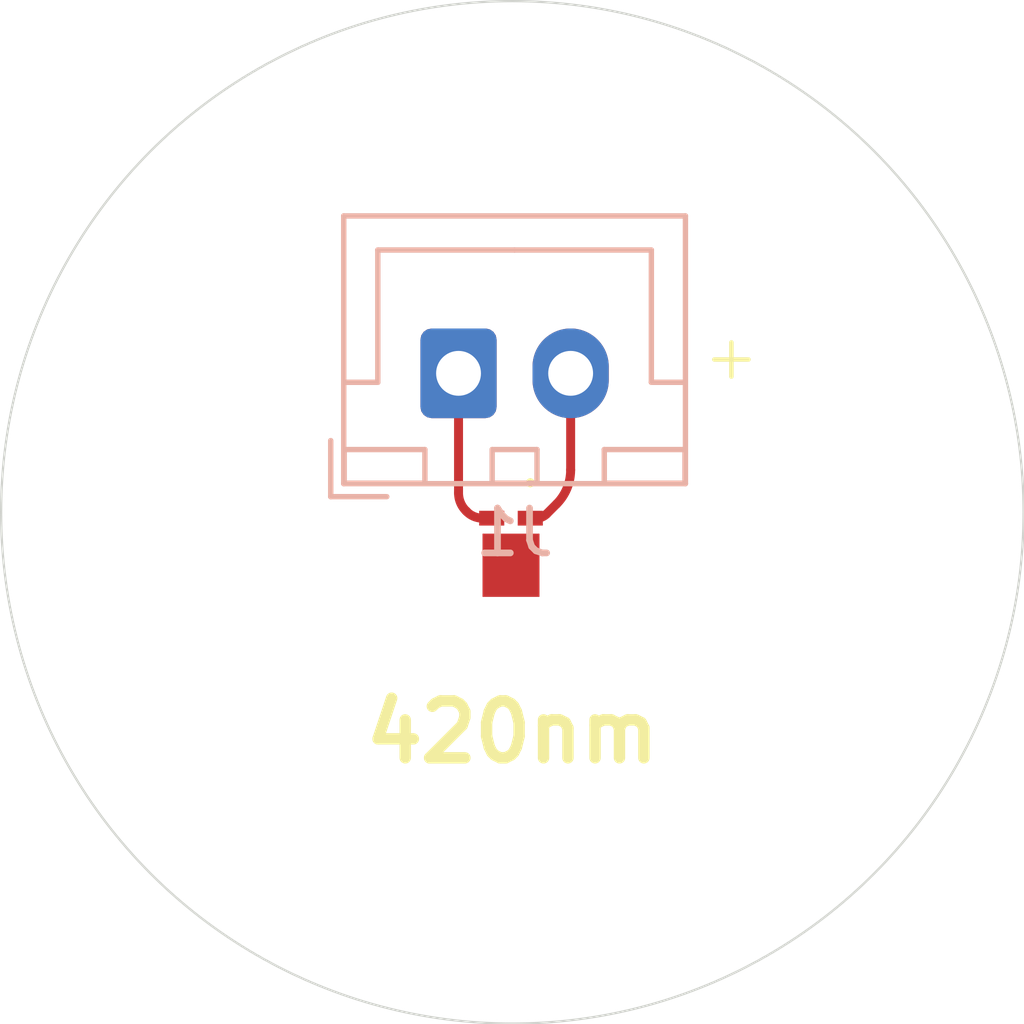
<source format=kicad_pcb>
(kicad_pcb (version 20240108) (generator "pcbnew") (generator_version "8.0")
  (layers (0 "F.Cu" signal) (31 "B.Cu" signal) (34 "B.Paste" user) (35 "F.Paste" user) (36 "B.SilkS" user "B.Silkscreen") (37 "F.SilkS" user "F.Silkscreen") (38 "B.Mask" user) (39 "F.Mask" user) (44 "Edge.Cuts" user))
  (net 0 "")
  (net 1 "Net-(J1-Pin_1)")
  (net 2 "Net-(J1-Pin_2)")
  (footprint "6_wave_stimulator:XEGAVTH00000000000000K2001" (layer "F.Cu") (at 144.57 98.79)
    (property "Reference" "420nm" (at 0.03 4.01 0) (layer "F.SilkS") (effects (font (size 1.27 1.27) (thickness 0.254))))
    (property "Value" "XEGAVT-H0-0000-000-000000K2001" (hide yes))
    (fp_line (start 0.43 -1.6) (end 0.43 -1.6) (stroke (width 0.1)) (layer "F.SilkS"))
    (fp_line (start 0.43 -1.5) (end 0.43 -1.5) (stroke (width 0.1)) (layer "F.SilkS"))
    (fp_arc (start 0.43 -1.6) (mid 0.48 -1.55) (end 0.43 -1.5) (stroke (width 0.1)) (layer "F.SilkS"))
    (fp_arc (start 0.43 -1.5) (mid 0.38 -1.55) (end 0.43 -1.6) (stroke (width 0.1)) (layer "F.SilkS"))
    (pad "1" smd rect (at 0.43 -0.76 90) (size 0.33 0.56) (layers "F.Cu" "F.Paste" "F.Mask") (net 2 "Net-(J1-Pin_2)"))
    (pad "2" smd rect (at -0.43 -0.76 90) (size 0.33 0.56) (layers "F.Cu" "F.Paste" "F.Mask") (net 1 "Net-(J1-Pin_1)"))
    (pad "3" smd rect (at 0 0.29 180) (size 1.27 1.41) (layers "F.Cu" "F.Paste" "F.Mask"))
  )
  (footprint "Connector_JST:JST_XH_B2B-XH-A_1x02_P2.50mm_Vertical" (layer "B.Cu") (at 143.4 94.8)
    (property "Reference" "J1" (at 1.25 3.55 360) (layer "B.SilkS") (effects (justify mirror)))
    (property "Value" "Conn_01x02_Socket")
    (fp_line (start -2.85 1.5) (end -2.85 2.75) (stroke (width 0.12)) (layer "B.SilkS"))
    (fp_line (start -2.85 2.75) (end -1.6 2.75) (stroke (width 0.12)) (layer "B.SilkS"))
    (fp_line (start -2.56 -3.51) (end -2.56 2.46) (stroke (width 0.12)) (layer "B.SilkS"))
    (fp_line (start -2.56 2.46) (end 5.06 2.46) (stroke (width 0.12)) (layer "B.SilkS"))
    (fp_line (start -2.55 1.7) (end -2.55 2.45) (stroke (width 0.12)) (layer "B.SilkS"))
    (fp_line (start -2.55 2.45) (end -0.75 2.45) (stroke (width 0.12)) (layer "B.SilkS"))
    (fp_line (start -1.8 -2.75) (end -1.8 0.2) (stroke (width 0.12)) (layer "B.SilkS"))
    (fp_line (start -1.8 0.2) (end -2.55 0.2) (stroke (width 0.12)) (layer "B.SilkS"))
    (fp_line (start -0.75 1.7) (end -2.55 1.7) (stroke (width 0.12)) (layer "B.SilkS"))
    (fp_line (start -0.75 2.45) (end -0.75 1.7) (stroke (width 0.12)) (layer "B.SilkS"))
    (fp_line (start 0.75 1.7) (end 0.75 2.45) (stroke (width 0.12)) (layer "B.SilkS"))
    (fp_line (start 0.75 2.45) (end 1.75 2.45) (stroke (width 0.12)) (layer "B.SilkS"))
    (fp_line (start 1.25 -2.75) (end -1.8 -2.75) (stroke (width 0.12)) (layer "B.SilkS"))
    (fp_line (start 1.25 -2.75) (end 4.3 -2.75) (stroke (width 0.12)) (layer "B.SilkS"))
    (fp_line (start 1.75 1.7) (end 0.75 1.7) (stroke (width 0.12)) (layer "B.SilkS"))
    (fp_line (start 1.75 2.45) (end 1.75 1.7) (stroke (width 0.12)) (layer "B.SilkS"))
    (fp_line (start 3.25 1.7) (end 3.25 2.45) (stroke (width 0.12)) (layer "B.SilkS"))
    (fp_line (start 3.25 2.45) (end 5.05 2.45) (stroke (width 0.12)) (layer "B.SilkS"))
    (fp_line (start 4.3 -2.75) (end 4.3 0.2) (stroke (width 0.12)) (layer "B.SilkS"))
    (fp_line (start 4.3 0.2) (end 5.05 0.2) (stroke (width 0.12)) (layer "B.SilkS"))
    (fp_line (start 5.05 1.7) (end 3.25 1.7) (stroke (width 0.12)) (layer "B.SilkS"))
    (fp_line (start 5.05 2.45) (end 5.05 1.7) (stroke (width 0.12)) (layer "B.SilkS"))
    (fp_line (start 5.06 -3.51) (end -2.56 -3.51) (stroke (width 0.12)) (layer "B.SilkS"))
    (fp_line (start 5.06 2.46) (end 5.06 -3.51) (stroke (width 0.12)) (layer "B.SilkS"))
    (pad "1" thru_hole roundrect (at 0 0) (size 1.7 2) (drill 1) (layers "*.Cu" "*.Mask") (roundrect_rratio 0.147059) (net 1 "Net-(J1-Pin_1)"))
    (pad "2" thru_hole oval (at 2.5 0) (size 1.7 2) (drill 1) (layers "*.Cu" "*.Mask") (net 2 "Net-(J1-Pin_2)"))
  )
  (gr_circle (center 144.6 97.9) (end 156 97.9) (stroke (width 0.05)) (fill none) (layer "Edge.Cuts"))
  (gr_text "+" (at 148.8 95 0) (layer "F.SilkS") (effects (font (size 1 1) (thickness 0.1)) (justify left bottom)))
  (segment (start 143.935 98.03) (end 144.14 98.03) (width 0.2) (layer "F.Cu") (net 1))
  (segment (start 143.565 97.865) (end 143.585043 97.885043) (width 0.2) (layer "F.Cu") (net 1))
  (segment (start 143.4 97.466654) (end 143.4 94.8) (width 0.2) (layer "F.Cu") (net 1))
  (arc (start 143.585043 97.885043) (mid 143.745604 97.992326) (end 143.935 98.03) (width 0.2) (layer "F.Cu") (net 1))
  (arc (start 143.4 97.466654) (mid 143.442882 97.682237) (end 143.565 97.865) (width 0.2) (layer "F.Cu") (net 1))
  (segment (start 145.135 98.03) (end 145 98.03) (width 0.2) (layer "F.Cu") (net 2))
  (segment (start 145.584999 97.714999) (end 145.365459 97.93454) (width 0.2) (layer "F.Cu") (net 2))
  (segment (start 145.9 96.954522) (end 145.9 94.8) (width 0.2) (layer "F.Cu") (net 2))
  (arc (start 145.365459 97.93454) (mid 145.259723 98.00519) (end 145.135 98.03) (width 0.2) (layer "F.Cu") (net 2))
  (arc (start 145.9 96.954522) (mid 145.818133 97.366089) (end 145.584999 97.714999) (width 0.2) (layer "F.Cu") (net 2))
)
</source>
